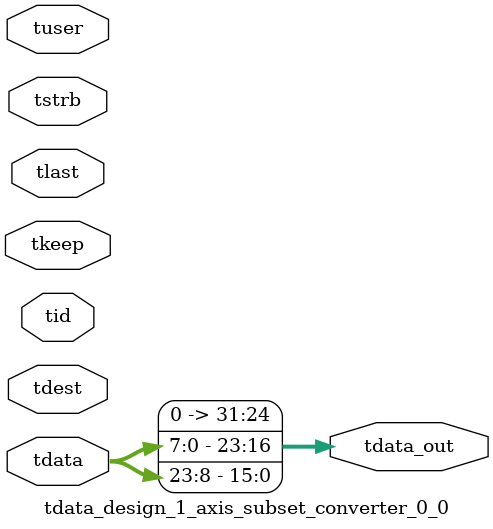
<source format=v>


`timescale 1ps/1ps

module tdata_design_1_axis_subset_converter_0_0 #
(
parameter C_S_AXIS_TDATA_WIDTH = 32,
parameter C_S_AXIS_TUSER_WIDTH = 0,
parameter C_S_AXIS_TID_WIDTH   = 0,
parameter C_S_AXIS_TDEST_WIDTH = 0,
parameter C_M_AXIS_TDATA_WIDTH = 32
)
(
input  [(C_S_AXIS_TDATA_WIDTH == 0 ? 1 : C_S_AXIS_TDATA_WIDTH)-1:0     ] tdata,
input  [(C_S_AXIS_TUSER_WIDTH == 0 ? 1 : C_S_AXIS_TUSER_WIDTH)-1:0     ] tuser,
input  [(C_S_AXIS_TID_WIDTH   == 0 ? 1 : C_S_AXIS_TID_WIDTH)-1:0       ] tid,
input  [(C_S_AXIS_TDEST_WIDTH == 0 ? 1 : C_S_AXIS_TDEST_WIDTH)-1:0     ] tdest,
input  [(C_S_AXIS_TDATA_WIDTH/8)-1:0 ] tkeep,
input  [(C_S_AXIS_TDATA_WIDTH/8)-1:0 ] tstrb,
input                                                                    tlast,
output [C_M_AXIS_TDATA_WIDTH-1:0] tdata_out
);

assign tdata_out = {tdata[7:0],tdata[23:16],tdata[15:8]};

endmodule


</source>
